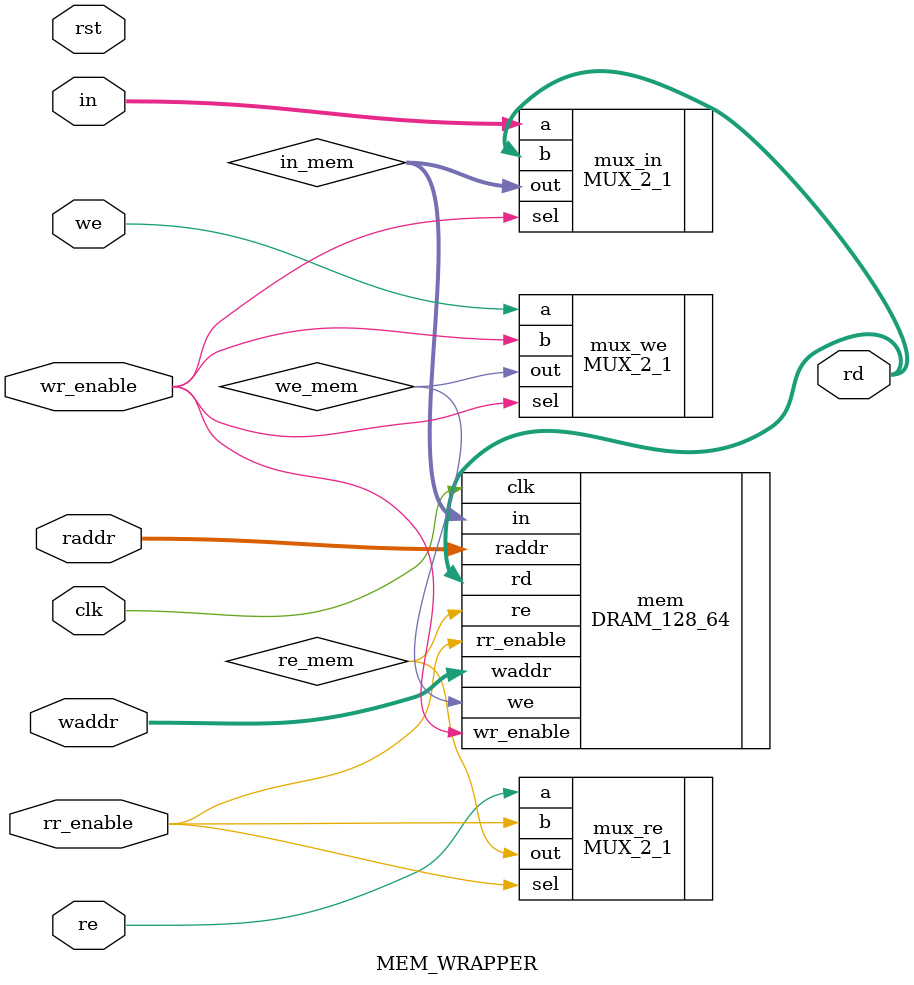
<source format=sv>
module MEM_WRAPPER (
    input wire [63:0] in,
    input wire [6:0] raddr,
    input wire [6:0] waddr,
    input wire we,
    input wire re,
    input wire wr_enable,
    input wire rr_enable,
    input wire clk,
    input wire rst,
    output logic [63:0] rd
);  
    wire [63:0] r_in, in_mem;
    wire re_mem, we_mem;


    // DFF #(.BITS(64)) ff (    //must erase the ff !!!!!!!         
    //     .in(rd),
    //     .clk(clk),
    //     .rst(rst),
    //     .out(r_in)
    // );

    MUX_2_1 #(.BITS(64)) mux_in  (
        .a(in),
        .b(rd),
        .sel(wr_enable),
        .out(in_mem)
    );

    MUX_2_1 #(.BITS(1)) mux_re  (
        .a(re),
        .b(rr_enable),
        .sel(rr_enable),
        .out(re_mem)
    );

    MUX_2_1 #(.BITS(1)) mux_we  (
        .a(we),
        .b(wr_enable),
        .sel(wr_enable),
        .out(we_mem)
    );

    DRAM_128_64 mem (
        .re(re_mem),
        .we(we_mem),
        .clk(clk),
        .in(in_mem),
        .raddr(raddr),
        .waddr(waddr),
        .wr_enable(wr_enable),
        .rr_enable(rr_enable),
        .rd(rd)
    );
endmodule
</source>
